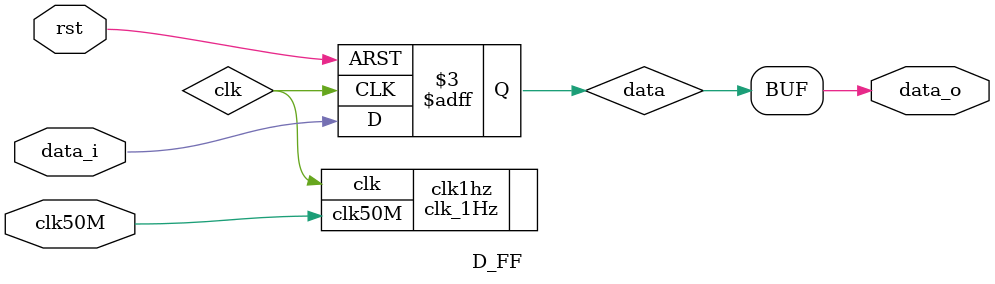
<source format=sv>
module D_FF 
#(parameter WIDTH=1) // fill number of bits 
(
	input logic rst, clk50M,
	input logic [WIDTH-1:0] data_i,
	output logic [WIDTH-1:0] data_o
);

logic clk;
clk_1Hz clk1hz ( .clk50M(clk50M), .clk(clk));

reg [WIDTH-1:0] data;
always_ff@ (posedge clk, negedge rst)
	if (!rst) begin
		data <= 0;
	end else begin
	data <= data_i;
	end
assign data_o=data;
endmodule
</source>
